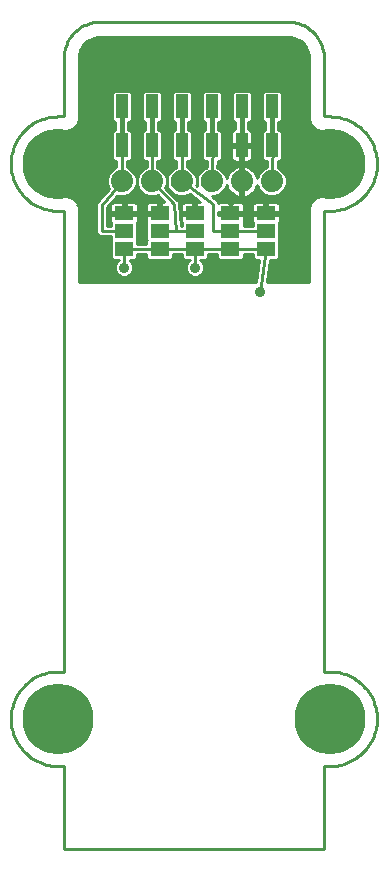
<source format=gtl>
G75*
%MOIN*%
%OFA0B0*%
%FSLAX24Y24*%
%IPPOS*%
%LPD*%
%AMOC8*
5,1,8,0,0,1.08239X$1,22.5*
%
%ADD10C,0.0100*%
%ADD11R,0.0630X0.0460*%
%ADD12C,0.0740*%
%ADD13C,0.0160*%
%ADD14R,0.0394X0.0787*%
%ADD15OC8,0.0660*%
%ADD16R,0.0197X0.0197*%
%ADD17C,0.2362*%
%ADD18C,0.0357*%
D10*
X002315Y003693D02*
X002512Y003693D01*
X002512Y000937D01*
X011174Y000937D01*
X011174Y003693D01*
X011370Y003693D01*
X011449Y003695D01*
X011527Y003701D01*
X011605Y003711D01*
X011682Y003724D01*
X011759Y003742D01*
X011834Y003763D01*
X011909Y003788D01*
X011982Y003817D01*
X012053Y003849D01*
X012123Y003885D01*
X012191Y003924D01*
X012257Y003967D01*
X012321Y004013D01*
X012382Y004061D01*
X012441Y004113D01*
X012497Y004168D01*
X012551Y004226D01*
X012601Y004286D01*
X012649Y004349D01*
X012693Y004413D01*
X012734Y004481D01*
X012772Y004549D01*
X012806Y004620D01*
X012836Y004693D01*
X012863Y004766D01*
X012886Y004841D01*
X012906Y004918D01*
X012921Y004995D01*
X012933Y005072D01*
X012941Y005150D01*
X012945Y005229D01*
X012945Y005307D01*
X012941Y005386D01*
X012933Y005464D01*
X012921Y005541D01*
X012906Y005618D01*
X012886Y005695D01*
X012863Y005770D01*
X012836Y005843D01*
X012806Y005916D01*
X012772Y005987D01*
X012734Y006056D01*
X012693Y006123D01*
X012649Y006187D01*
X012601Y006250D01*
X012551Y006310D01*
X012497Y006368D01*
X012441Y006423D01*
X012382Y006475D01*
X012321Y006523D01*
X012257Y006569D01*
X012191Y006612D01*
X012123Y006651D01*
X012053Y006687D01*
X011982Y006719D01*
X011909Y006748D01*
X011834Y006773D01*
X011759Y006794D01*
X011682Y006812D01*
X011605Y006825D01*
X011527Y006835D01*
X011449Y006841D01*
X011370Y006843D01*
X011174Y006843D01*
X011174Y022197D01*
X011370Y022197D01*
X011370Y022697D02*
X011074Y022697D01*
X010890Y022621D01*
X010750Y022480D01*
X010674Y022297D01*
X010674Y019835D01*
X009277Y019835D01*
X009377Y020568D01*
X009613Y020568D01*
X009689Y020644D01*
X009689Y021212D01*
X009673Y021228D01*
X009689Y021244D01*
X009689Y021812D01*
X009685Y021816D01*
X009699Y021840D01*
X009709Y021878D01*
X009709Y022078D01*
X009294Y022078D01*
X009294Y022178D01*
X009194Y022178D01*
X009194Y022078D01*
X008779Y022078D01*
X008779Y021878D01*
X008790Y021840D01*
X008804Y021816D01*
X008799Y021812D01*
X008799Y021708D01*
X008508Y021708D01*
X008508Y021812D01*
X008504Y021816D01*
X008518Y021840D01*
X008528Y021878D01*
X008528Y022078D01*
X008312Y022078D01*
X008312Y022178D01*
X008528Y022178D01*
X008528Y022378D01*
X008518Y022416D01*
X008498Y022450D01*
X008470Y022478D01*
X008436Y022498D01*
X008398Y022508D01*
X008113Y022508D01*
X008113Y022426D01*
X008063Y022426D01*
X008013Y022426D01*
X008013Y022508D01*
X007729Y022508D01*
X007690Y022498D01*
X007656Y022478D01*
X007653Y022475D01*
X007653Y022508D01*
X007641Y022519D01*
X007639Y022535D01*
X007590Y022571D01*
X007547Y022613D01*
X007531Y022613D01*
X007437Y022681D01*
X007541Y022681D01*
X007725Y022758D01*
X007865Y022898D01*
X007934Y023063D01*
X007934Y023060D01*
X007959Y022982D01*
X007997Y022909D01*
X008045Y022843D01*
X008103Y022785D01*
X008169Y022737D01*
X008242Y022700D01*
X008320Y022674D01*
X008391Y022663D01*
X008391Y023131D01*
X008491Y023131D01*
X008491Y022663D01*
X008563Y022674D01*
X008641Y022700D01*
X008714Y022737D01*
X008780Y022785D01*
X008838Y022843D01*
X008886Y022909D01*
X008923Y022982D01*
X008949Y023060D01*
X008949Y023063D01*
X009017Y022898D01*
X009158Y022758D01*
X009342Y022681D01*
X009541Y022681D01*
X009725Y022758D01*
X009865Y022898D01*
X009941Y023082D01*
X009941Y023281D01*
X009865Y023465D01*
X009725Y023605D01*
X009633Y023643D01*
X009639Y023859D01*
X009692Y023859D01*
X009768Y023935D01*
X009768Y024830D01*
X009692Y024906D01*
X009653Y024906D01*
X009651Y024950D01*
X009651Y025158D01*
X009692Y025158D01*
X009768Y025234D01*
X009768Y026129D01*
X009692Y026205D01*
X009191Y026205D01*
X009114Y026129D01*
X009114Y025234D01*
X009191Y025158D01*
X009231Y025158D01*
X009231Y024906D01*
X009191Y024906D01*
X009114Y024830D01*
X009114Y023935D01*
X009191Y023859D01*
X009279Y023859D01*
X009273Y023653D01*
X009158Y023605D01*
X009017Y023465D01*
X008949Y023300D01*
X008949Y023303D01*
X008923Y023381D01*
X008886Y023454D01*
X008838Y023520D01*
X008780Y023578D01*
X008714Y023626D01*
X008641Y023663D01*
X008563Y023689D01*
X008491Y023700D01*
X008491Y023232D01*
X008391Y023232D01*
X008391Y023700D01*
X008320Y023689D01*
X008242Y023663D01*
X008169Y023626D01*
X008103Y023578D01*
X008045Y023520D01*
X007997Y023454D01*
X007959Y023381D01*
X007934Y023303D01*
X007934Y023300D01*
X007865Y023465D01*
X007725Y023605D01*
X007631Y023644D01*
X007635Y023859D01*
X007692Y023859D01*
X007768Y023935D01*
X007768Y024830D01*
X007692Y024906D01*
X007651Y024906D01*
X007651Y025158D01*
X007692Y025158D01*
X007768Y025234D01*
X007768Y026129D01*
X007692Y026205D01*
X007191Y026205D01*
X007114Y026129D01*
X007114Y025234D01*
X007191Y025158D01*
X007231Y025158D01*
X007231Y024906D01*
X007191Y024906D01*
X007114Y024830D01*
X007114Y023935D01*
X007191Y023859D01*
X007275Y023859D01*
X007271Y023652D01*
X007245Y023641D01*
X007231Y023641D01*
X007221Y023631D01*
X007158Y023605D01*
X007017Y023465D01*
X006991Y023402D01*
X006962Y023372D01*
X006962Y023330D01*
X006941Y023281D01*
X006865Y023465D01*
X006725Y023605D01*
X006621Y023648D01*
X006621Y023859D01*
X006692Y023859D01*
X006768Y023935D01*
X006768Y024830D01*
X006692Y024906D01*
X006651Y024906D01*
X006651Y025158D01*
X006692Y025158D01*
X006768Y025234D01*
X006768Y026129D01*
X006692Y026205D01*
X006191Y026205D01*
X006114Y026129D01*
X006114Y025234D01*
X006191Y025158D01*
X006231Y025158D01*
X006231Y024906D01*
X006191Y024906D01*
X006114Y024830D01*
X006114Y023935D01*
X006191Y023859D01*
X006261Y023859D01*
X006261Y023648D01*
X006245Y023641D01*
X006231Y023641D01*
X006221Y023631D01*
X006158Y023605D01*
X006017Y023465D01*
X005991Y023402D01*
X005962Y023372D01*
X005962Y023330D01*
X005941Y023281D01*
X005865Y023465D01*
X005725Y023605D01*
X005628Y023645D01*
X005632Y023859D01*
X005692Y023859D01*
X005768Y023935D01*
X005768Y024830D01*
X005692Y024906D01*
X005651Y024906D01*
X005651Y025158D01*
X005692Y025158D01*
X005768Y025234D01*
X005768Y026129D01*
X005692Y026205D01*
X005191Y026205D01*
X005114Y026129D01*
X005114Y025234D01*
X005191Y025158D01*
X005231Y025158D01*
X005231Y024906D01*
X005191Y024906D01*
X005114Y024830D01*
X005114Y023935D01*
X005191Y023859D01*
X005271Y023859D01*
X005268Y023651D01*
X005158Y023605D01*
X005017Y023465D01*
X004941Y023281D01*
X004865Y023465D01*
X004725Y023605D01*
X004621Y023648D01*
X004621Y023859D01*
X004692Y023859D01*
X004768Y023935D01*
X004768Y024830D01*
X004692Y024906D01*
X004651Y024906D01*
X004651Y025158D01*
X004692Y025158D01*
X004768Y025234D01*
X004768Y026129D01*
X004692Y026205D01*
X004191Y026205D01*
X004114Y026129D01*
X004114Y025234D01*
X004191Y025158D01*
X004231Y025158D01*
X004231Y024906D01*
X004191Y024906D01*
X004114Y024830D01*
X004114Y023935D01*
X004191Y023859D01*
X004261Y023859D01*
X004261Y023648D01*
X004158Y023605D01*
X004017Y023465D01*
X003941Y023281D01*
X003941Y023082D01*
X004000Y022940D01*
X003640Y022516D01*
X003592Y022469D01*
X003592Y022460D01*
X003587Y022454D01*
X003592Y022387D01*
X003592Y021453D01*
X003697Y021348D01*
X004075Y021348D01*
X004075Y021244D01*
X004091Y021228D01*
X004075Y021212D01*
X004075Y020644D01*
X004151Y020568D01*
X004340Y020568D01*
X004340Y020564D01*
X004259Y020482D01*
X004212Y020369D01*
X004212Y020246D01*
X004259Y020133D01*
X004345Y020046D01*
X004459Y019999D01*
X004581Y019999D01*
X004695Y020046D01*
X004782Y020133D01*
X004829Y020246D01*
X004829Y020369D01*
X004782Y020482D01*
X004700Y020564D01*
X004700Y020568D01*
X004889Y020568D01*
X004965Y020644D01*
X004965Y020748D01*
X005256Y020748D01*
X005256Y020644D01*
X005332Y020568D01*
X006070Y020568D01*
X006146Y020644D01*
X006146Y020748D01*
X006437Y020748D01*
X006437Y020644D01*
X006513Y020568D01*
X006702Y020568D01*
X006702Y020564D01*
X006621Y020482D01*
X006574Y020369D01*
X006574Y020246D01*
X006621Y020133D01*
X006708Y020046D01*
X006821Y019999D01*
X006944Y019999D01*
X007057Y020046D01*
X007144Y020133D01*
X007191Y020246D01*
X007191Y020369D01*
X007144Y020482D01*
X007062Y020564D01*
X007062Y020568D01*
X007251Y020568D01*
X007327Y020644D01*
X007327Y020748D01*
X007618Y020748D01*
X007618Y020644D01*
X007695Y020568D01*
X008432Y020568D01*
X008508Y020644D01*
X008508Y020748D01*
X008799Y020748D01*
X008799Y020644D01*
X008876Y020568D01*
X009014Y020568D01*
X008914Y019835D01*
X003012Y019835D01*
X003012Y022297D01*
X002936Y022480D01*
X002795Y022621D01*
X002612Y022697D01*
X002315Y022697D01*
X002175Y022706D01*
X001904Y022779D01*
X001661Y022919D01*
X001463Y023118D01*
X001322Y023361D01*
X001250Y023632D01*
X001250Y023912D01*
X001322Y024183D01*
X001463Y024426D01*
X001661Y024625D01*
X001904Y024765D01*
X002175Y024838D01*
X002315Y024847D01*
X002612Y024847D01*
X002795Y024923D01*
X002936Y025064D01*
X003012Y025247D01*
X003012Y027315D01*
X003018Y027404D01*
X003064Y027576D01*
X003153Y027730D01*
X003279Y027856D01*
X003433Y027945D01*
X003604Y027991D01*
X003693Y027996D01*
X009993Y027996D01*
X010081Y027991D01*
X010253Y027945D01*
X010407Y027856D01*
X010533Y027730D01*
X010622Y027576D01*
X010668Y027404D01*
X010674Y027315D01*
X010674Y025247D01*
X010750Y025064D01*
X010890Y024923D01*
X011074Y024847D01*
X011370Y024847D01*
X011511Y024838D01*
X011782Y024765D01*
X012025Y024625D01*
X012223Y024426D01*
X012363Y024183D01*
X012436Y023912D01*
X012436Y023632D01*
X012363Y023361D01*
X012223Y023118D01*
X012025Y022919D01*
X011782Y022779D01*
X011511Y022706D01*
X011370Y022697D01*
X011503Y022706D02*
X009600Y022706D01*
X009771Y022804D02*
X011826Y022804D01*
X011996Y022903D02*
X009867Y022903D01*
X009908Y023001D02*
X012107Y023001D01*
X012205Y023100D02*
X009941Y023100D01*
X009941Y023198D02*
X012270Y023198D01*
X012327Y023297D02*
X009935Y023297D01*
X009894Y023395D02*
X012373Y023395D01*
X012399Y023494D02*
X009836Y023494D01*
X009737Y023592D02*
X012426Y023592D01*
X012436Y023691D02*
X009634Y023691D01*
X009637Y023789D02*
X012436Y023789D01*
X012436Y023888D02*
X009721Y023888D01*
X009768Y023986D02*
X012416Y023986D01*
X012390Y024085D02*
X009768Y024085D01*
X009768Y024183D02*
X012363Y024183D01*
X012307Y024282D02*
X009768Y024282D01*
X009768Y024380D02*
X012250Y024380D01*
X012171Y024479D02*
X009768Y024479D01*
X009768Y024577D02*
X012072Y024577D01*
X011936Y024676D02*
X009768Y024676D01*
X009768Y024774D02*
X011747Y024774D01*
X011370Y025347D02*
X011174Y025347D01*
X011174Y027315D01*
X010672Y027335D02*
X003014Y027335D01*
X003012Y027237D02*
X010674Y027237D01*
X010674Y027138D02*
X003012Y027138D01*
X003012Y027040D02*
X010674Y027040D01*
X010674Y026941D02*
X003012Y026941D01*
X003012Y026843D02*
X010674Y026843D01*
X010674Y026744D02*
X003012Y026744D01*
X003012Y026646D02*
X010674Y026646D01*
X010674Y026547D02*
X003012Y026547D01*
X003012Y026449D02*
X010674Y026449D01*
X010674Y026350D02*
X003012Y026350D01*
X003012Y026252D02*
X010674Y026252D01*
X010674Y026153D02*
X009744Y026153D01*
X009768Y026055D02*
X010674Y026055D01*
X010674Y025956D02*
X009768Y025956D01*
X009768Y025858D02*
X010674Y025858D01*
X010674Y025759D02*
X009768Y025759D01*
X009768Y025661D02*
X010674Y025661D01*
X010674Y025562D02*
X009768Y025562D01*
X009768Y025464D02*
X010674Y025464D01*
X010674Y025365D02*
X009768Y025365D01*
X009768Y025267D02*
X010674Y025267D01*
X010706Y025168D02*
X009703Y025168D01*
X009651Y025070D02*
X010747Y025070D01*
X010842Y024971D02*
X009651Y024971D01*
X009725Y024873D02*
X011011Y024873D01*
X011370Y025347D02*
X011449Y025345D01*
X011527Y025339D01*
X011605Y025329D01*
X011682Y025316D01*
X011759Y025298D01*
X011834Y025277D01*
X011909Y025252D01*
X011982Y025223D01*
X012053Y025191D01*
X012123Y025155D01*
X012191Y025116D01*
X012257Y025073D01*
X012321Y025027D01*
X012382Y024979D01*
X012441Y024927D01*
X012497Y024872D01*
X012551Y024814D01*
X012601Y024754D01*
X012649Y024691D01*
X012693Y024627D01*
X012734Y024560D01*
X012772Y024491D01*
X012806Y024420D01*
X012836Y024347D01*
X012863Y024274D01*
X012886Y024199D01*
X012906Y024122D01*
X012921Y024045D01*
X012933Y023968D01*
X012941Y023890D01*
X012945Y023811D01*
X012945Y023733D01*
X012941Y023654D01*
X012933Y023576D01*
X012921Y023499D01*
X012906Y023422D01*
X012886Y023345D01*
X012863Y023270D01*
X012836Y023197D01*
X012806Y023124D01*
X012772Y023053D01*
X012734Y022985D01*
X012693Y022917D01*
X012649Y022853D01*
X012601Y022790D01*
X012551Y022730D01*
X012497Y022672D01*
X012441Y022617D01*
X012382Y022565D01*
X012321Y022517D01*
X012257Y022471D01*
X012191Y022428D01*
X012123Y022389D01*
X012053Y022353D01*
X011982Y022321D01*
X011909Y022292D01*
X011834Y022267D01*
X011759Y022246D01*
X011682Y022228D01*
X011605Y022215D01*
X011527Y022205D01*
X011449Y022199D01*
X011370Y022197D01*
X010877Y022607D02*
X007553Y022607D01*
X007600Y022706D02*
X008229Y022706D01*
X008391Y022706D02*
X008491Y022706D01*
X008491Y022804D02*
X008391Y022804D01*
X008391Y022903D02*
X008491Y022903D01*
X008491Y023001D02*
X008391Y023001D01*
X008391Y023100D02*
X008491Y023100D01*
X008491Y023297D02*
X008391Y023297D01*
X008391Y023395D02*
X008491Y023395D01*
X008491Y023494D02*
X008391Y023494D01*
X008391Y023592D02*
X008491Y023592D01*
X008491Y023691D02*
X008391Y023691D01*
X008334Y023691D02*
X007632Y023691D01*
X007634Y023789D02*
X009277Y023789D01*
X009274Y023691D02*
X008549Y023691D01*
X008490Y023839D02*
X008658Y023839D01*
X008696Y023849D01*
X008730Y023869D01*
X008758Y023896D01*
X008778Y023931D01*
X008788Y023969D01*
X008788Y024334D01*
X008540Y024334D01*
X008637Y024431D01*
X008788Y024431D01*
X008788Y024796D01*
X008778Y024834D01*
X008758Y024868D01*
X008730Y024896D01*
X008696Y024916D01*
X008658Y024926D01*
X008651Y024926D01*
X008651Y025158D01*
X008692Y025158D01*
X008768Y025234D01*
X008768Y026129D01*
X008692Y026205D01*
X008191Y026205D01*
X008114Y026129D01*
X008114Y025234D01*
X008191Y025158D01*
X008231Y025158D01*
X008231Y024926D01*
X008225Y024926D01*
X008187Y024916D01*
X008152Y024896D01*
X008124Y024868D01*
X008105Y024834D01*
X008094Y024796D01*
X008094Y024431D01*
X008246Y024431D01*
X008342Y024334D01*
X008094Y024334D01*
X008094Y023969D01*
X008105Y023931D01*
X008124Y023896D01*
X008152Y023869D01*
X008187Y023849D01*
X008225Y023839D01*
X008393Y023839D01*
X008393Y024322D01*
X008490Y024322D01*
X008490Y023839D01*
X008490Y023888D02*
X008393Y023888D01*
X008393Y023986D02*
X008490Y023986D01*
X008490Y024085D02*
X008393Y024085D01*
X008393Y024183D02*
X008490Y024183D01*
X008490Y024282D02*
X008393Y024282D01*
X008296Y024380D02*
X007768Y024380D01*
X007768Y024282D02*
X008094Y024282D01*
X008094Y024183D02*
X007768Y024183D01*
X007768Y024085D02*
X008094Y024085D01*
X008094Y023986D02*
X007768Y023986D01*
X007721Y023888D02*
X008133Y023888D01*
X008122Y023592D02*
X007737Y023592D01*
X007836Y023494D02*
X008026Y023494D01*
X007967Y023395D02*
X007894Y023395D01*
X007908Y023001D02*
X007953Y023001D01*
X008001Y022903D02*
X007867Y022903D01*
X007771Y022804D02*
X008083Y022804D01*
X008063Y022426D02*
X008063Y022178D01*
X008063Y022178D01*
X008063Y022426D01*
X008063Y022410D02*
X008063Y022410D01*
X008063Y022312D02*
X008063Y022312D01*
X008063Y022213D02*
X008063Y022213D01*
X008013Y022178D02*
X008013Y022178D01*
X007815Y022178D01*
X007653Y022178D01*
X007653Y022078D01*
X007815Y022078D01*
X007815Y022178D01*
X007815Y022178D01*
X008013Y022178D01*
X008113Y022178D02*
X008312Y022178D01*
X008312Y022178D01*
X008113Y022178D01*
X008113Y022178D01*
X008312Y022115D02*
X009194Y022115D01*
X009194Y022178D02*
X008779Y022178D01*
X008779Y022378D01*
X008790Y022416D01*
X008809Y022450D01*
X008837Y022478D01*
X008872Y022498D01*
X008910Y022508D01*
X009194Y022508D01*
X009194Y022178D01*
X009194Y022213D02*
X009294Y022213D01*
X009294Y022178D02*
X009294Y022508D01*
X009579Y022508D01*
X009617Y022498D01*
X009652Y022478D01*
X009680Y022450D01*
X009699Y022416D01*
X009709Y022378D01*
X009709Y022178D01*
X009294Y022178D01*
X009294Y022115D02*
X010674Y022115D01*
X010674Y022213D02*
X009709Y022213D01*
X009709Y022312D02*
X010680Y022312D01*
X010721Y022410D02*
X009701Y022410D01*
X009709Y022016D02*
X010674Y022016D01*
X010674Y021918D02*
X009709Y021918D01*
X009687Y021819D02*
X010674Y021819D01*
X010674Y021721D02*
X009689Y021721D01*
X009689Y021622D02*
X010674Y021622D01*
X010674Y021524D02*
X009689Y021524D01*
X009689Y021425D02*
X010674Y021425D01*
X010674Y021327D02*
X009689Y021327D01*
X009674Y021228D02*
X010674Y021228D01*
X010674Y021130D02*
X009689Y021130D01*
X009689Y021031D02*
X010674Y021031D01*
X010674Y020933D02*
X009689Y020933D01*
X009689Y020834D02*
X010674Y020834D01*
X010674Y020736D02*
X009689Y020736D01*
X009683Y020637D02*
X010674Y020637D01*
X010674Y020539D02*
X009373Y020539D01*
X009360Y020440D02*
X010674Y020440D01*
X010674Y020342D02*
X009346Y020342D01*
X009333Y020243D02*
X010674Y020243D01*
X010674Y020145D02*
X009320Y020145D01*
X009306Y020046D02*
X010674Y020046D01*
X010674Y019948D02*
X009293Y019948D01*
X009279Y019849D02*
X010674Y019849D01*
X010778Y022509D02*
X007652Y022509D01*
X007473Y022433D02*
X006441Y023181D01*
X006441Y024382D01*
X006114Y024380D02*
X005768Y024380D01*
X005768Y024282D02*
X006114Y024282D01*
X006114Y024183D02*
X005768Y024183D01*
X005768Y024085D02*
X006114Y024085D01*
X006114Y023986D02*
X005768Y023986D01*
X005721Y023888D02*
X006161Y023888D01*
X006261Y023789D02*
X005630Y023789D01*
X005629Y023691D02*
X006261Y023691D01*
X006145Y023592D02*
X005737Y023592D01*
X005836Y023494D02*
X006047Y023494D01*
X005985Y023395D02*
X005894Y023395D01*
X005935Y023297D02*
X005948Y023297D01*
X005941Y023281D02*
X005941Y023082D01*
X005941Y023281D01*
X005941Y023198D02*
X005941Y023198D01*
X005941Y023100D02*
X005941Y023100D01*
X005941Y023082D02*
X005962Y023033D01*
X005962Y022991D01*
X005991Y022961D01*
X006017Y022898D01*
X006158Y022758D01*
X006221Y022732D01*
X006231Y022721D01*
X006245Y022721D01*
X006342Y022681D01*
X006541Y022681D01*
X006721Y022756D01*
X007064Y022508D01*
X006932Y022508D01*
X006932Y022178D01*
X006832Y022178D01*
X006832Y022078D01*
X006417Y022078D01*
X006417Y021878D01*
X006428Y021840D01*
X006441Y021816D01*
X006437Y021812D01*
X006437Y021708D01*
X006417Y021708D01*
X006354Y022440D01*
X006354Y022506D01*
X006347Y022513D01*
X006346Y022523D01*
X006296Y022566D01*
X005897Y022974D01*
X005941Y023082D01*
X005962Y023001D02*
X005908Y023001D01*
X005966Y022903D02*
X006016Y022903D01*
X006062Y022804D02*
X006111Y022804D01*
X006159Y022706D02*
X006283Y022706D01*
X006255Y022607D02*
X006926Y022607D01*
X006832Y022508D02*
X006832Y022178D01*
X006417Y022178D01*
X006417Y022378D01*
X006428Y022416D01*
X006447Y022450D01*
X006475Y022478D01*
X006509Y022498D01*
X006548Y022508D01*
X006832Y022508D01*
X006832Y022410D02*
X006932Y022410D01*
X006932Y022312D02*
X006832Y022312D01*
X006832Y022213D02*
X006932Y022213D01*
X006832Y022115D02*
X006382Y022115D01*
X006373Y022213D02*
X006417Y022213D01*
X006417Y022312D02*
X006365Y022312D01*
X006356Y022410D02*
X006426Y022410D01*
X006352Y022509D02*
X007062Y022509D01*
X006790Y022706D02*
X006600Y022706D01*
X006894Y023395D02*
X006985Y023395D01*
X006948Y023297D02*
X006935Y023297D01*
X006941Y023281D02*
X006941Y023082D01*
X006928Y023051D01*
X006962Y023027D01*
X006962Y023033D01*
X006941Y023082D01*
X006941Y023281D01*
X006941Y023198D02*
X006941Y023198D01*
X006941Y023100D02*
X006941Y023100D01*
X006836Y023494D02*
X007047Y023494D01*
X007145Y023592D02*
X006737Y023592D01*
X006621Y023691D02*
X007271Y023691D01*
X007273Y023789D02*
X006621Y023789D01*
X006721Y023888D02*
X007161Y023888D01*
X007114Y023986D02*
X006768Y023986D01*
X006768Y024085D02*
X007114Y024085D01*
X007114Y024183D02*
X006768Y024183D01*
X006768Y024282D02*
X007114Y024282D01*
X007114Y024380D02*
X006768Y024380D01*
X006768Y024479D02*
X007114Y024479D01*
X007114Y024577D02*
X006768Y024577D01*
X006768Y024676D02*
X007114Y024676D01*
X007114Y024774D02*
X006768Y024774D01*
X006725Y024873D02*
X007158Y024873D01*
X007231Y024971D02*
X006651Y024971D01*
X006651Y025070D02*
X007231Y025070D01*
X007180Y025168D02*
X006703Y025168D01*
X006768Y025267D02*
X007114Y025267D01*
X007114Y025365D02*
X006768Y025365D01*
X006768Y025464D02*
X007114Y025464D01*
X007114Y025562D02*
X006768Y025562D01*
X006768Y025661D02*
X007114Y025661D01*
X007114Y025759D02*
X006768Y025759D01*
X006768Y025858D02*
X007114Y025858D01*
X007114Y025956D02*
X006768Y025956D01*
X006768Y026055D02*
X007114Y026055D01*
X007139Y026153D02*
X006744Y026153D01*
X006231Y025070D02*
X005651Y025070D01*
X005651Y024971D02*
X006231Y024971D01*
X006158Y024873D02*
X005725Y024873D01*
X005768Y024774D02*
X006114Y024774D01*
X006114Y024676D02*
X005768Y024676D01*
X005768Y024577D02*
X006114Y024577D01*
X006114Y024479D02*
X005768Y024479D01*
X005465Y024756D02*
X005441Y023181D01*
X006174Y022433D01*
X006252Y021528D01*
X005701Y021528D01*
X005651Y022078D02*
X005236Y022078D01*
X005236Y021878D01*
X005246Y021840D01*
X005260Y021816D01*
X005256Y021812D01*
X005256Y021244D01*
X005272Y021228D01*
X005256Y021212D01*
X005256Y021108D01*
X004965Y021108D01*
X004965Y021212D01*
X004949Y021228D01*
X004965Y021244D01*
X004965Y021812D01*
X004961Y021816D01*
X004975Y021840D01*
X004985Y021878D01*
X004985Y022078D01*
X004570Y022078D01*
X004570Y022178D01*
X004470Y022178D01*
X004470Y022078D01*
X004055Y022078D01*
X004055Y021878D01*
X004065Y021840D01*
X004079Y021816D01*
X004075Y021812D01*
X004075Y021708D01*
X003952Y021708D01*
X003952Y022328D01*
X004276Y022709D01*
X004342Y022681D01*
X004541Y022681D01*
X004725Y022758D01*
X004865Y022898D01*
X004941Y023082D01*
X004941Y023281D01*
X004941Y023082D01*
X005017Y022898D01*
X005158Y022758D01*
X005342Y022681D01*
X005541Y022681D01*
X005639Y022722D01*
X005849Y022508D01*
X005751Y022508D01*
X005751Y022178D01*
X005651Y022178D01*
X005651Y022078D01*
X005651Y022115D02*
X004570Y022115D01*
X004570Y022178D02*
X004985Y022178D01*
X004985Y022378D01*
X004975Y022416D01*
X004955Y022450D01*
X004927Y022478D01*
X004893Y022498D01*
X004855Y022508D01*
X004570Y022508D01*
X004570Y022178D01*
X004570Y022213D02*
X004470Y022213D01*
X004470Y022178D02*
X004470Y022508D01*
X004185Y022508D01*
X004147Y022498D01*
X004113Y022478D01*
X004085Y022450D01*
X004065Y022416D01*
X004055Y022378D01*
X004055Y022178D01*
X004470Y022178D01*
X004470Y022115D02*
X003952Y022115D01*
X003952Y022213D02*
X004055Y022213D01*
X004055Y022312D02*
X003952Y022312D01*
X004022Y022410D02*
X004064Y022410D01*
X004106Y022509D02*
X005848Y022509D01*
X005751Y022607D02*
X004190Y022607D01*
X004273Y022706D02*
X004283Y022706D01*
X004470Y022410D02*
X004570Y022410D01*
X004570Y022312D02*
X004470Y022312D01*
X004600Y022706D02*
X005283Y022706D01*
X005111Y022804D02*
X004771Y022804D01*
X004867Y022903D02*
X005016Y022903D01*
X004975Y023001D02*
X004908Y023001D01*
X004941Y023100D02*
X004941Y023100D01*
X004941Y023198D02*
X004941Y023198D01*
X004935Y023297D02*
X004948Y023297D01*
X004989Y023395D02*
X004894Y023395D01*
X004836Y023494D02*
X005047Y023494D01*
X005145Y023592D02*
X004737Y023592D01*
X004621Y023691D02*
X005269Y023691D01*
X005270Y023789D02*
X004621Y023789D01*
X004721Y023888D02*
X005161Y023888D01*
X005114Y023986D02*
X004768Y023986D01*
X004768Y024085D02*
X005114Y024085D01*
X005114Y024183D02*
X004768Y024183D01*
X004768Y024282D02*
X005114Y024282D01*
X005114Y024380D02*
X004768Y024380D01*
X004768Y024479D02*
X005114Y024479D01*
X005114Y024577D02*
X004768Y024577D01*
X004768Y024676D02*
X005114Y024676D01*
X005114Y024774D02*
X004768Y024774D01*
X004725Y024873D02*
X005158Y024873D01*
X005231Y024971D02*
X004651Y024971D01*
X004651Y025070D02*
X005231Y025070D01*
X005180Y025168D02*
X004703Y025168D01*
X004768Y025267D02*
X005114Y025267D01*
X005114Y025365D02*
X004768Y025365D01*
X004768Y025464D02*
X005114Y025464D01*
X005114Y025562D02*
X004768Y025562D01*
X004768Y025661D02*
X005114Y025661D01*
X005114Y025759D02*
X004768Y025759D01*
X004768Y025858D02*
X005114Y025858D01*
X005114Y025956D02*
X004768Y025956D01*
X004768Y026055D02*
X005114Y026055D01*
X005139Y026153D02*
X004744Y026153D01*
X004231Y025070D02*
X002939Y025070D01*
X002980Y025168D02*
X004180Y025168D01*
X004114Y025267D02*
X003012Y025267D01*
X003012Y025365D02*
X004114Y025365D01*
X004114Y025464D02*
X003012Y025464D01*
X003012Y025562D02*
X004114Y025562D01*
X004114Y025661D02*
X003012Y025661D01*
X003012Y025759D02*
X004114Y025759D01*
X004114Y025858D02*
X003012Y025858D01*
X003012Y025956D02*
X004114Y025956D01*
X004114Y026055D02*
X003012Y026055D01*
X003012Y026153D02*
X004139Y026153D01*
X004231Y024971D02*
X002844Y024971D01*
X002675Y024873D02*
X004158Y024873D01*
X004114Y024774D02*
X001939Y024774D01*
X001750Y024676D02*
X004114Y024676D01*
X004114Y024577D02*
X001614Y024577D01*
X001515Y024479D02*
X004114Y024479D01*
X004114Y024380D02*
X001436Y024380D01*
X001379Y024282D02*
X004114Y024282D01*
X004114Y024183D02*
X001322Y024183D01*
X001296Y024085D02*
X004114Y024085D01*
X004114Y023986D02*
X001270Y023986D01*
X001250Y023888D02*
X004161Y023888D01*
X004261Y023789D02*
X001250Y023789D01*
X001250Y023691D02*
X004261Y023691D01*
X004145Y023592D02*
X001260Y023592D01*
X001287Y023494D02*
X004047Y023494D01*
X003989Y023395D02*
X001313Y023395D01*
X001359Y023297D02*
X003948Y023297D01*
X003941Y023198D02*
X001416Y023198D01*
X001480Y023100D02*
X003941Y023100D01*
X003975Y023001D02*
X001579Y023001D01*
X001689Y022903D02*
X003968Y022903D01*
X003885Y022804D02*
X001860Y022804D01*
X002182Y022706D02*
X003801Y022706D01*
X003717Y022607D02*
X002809Y022607D01*
X002908Y022509D02*
X003632Y022509D01*
X003590Y022410D02*
X002965Y022410D01*
X003006Y022312D02*
X003592Y022312D01*
X003592Y022213D02*
X003012Y022213D01*
X003012Y022115D02*
X003592Y022115D01*
X003592Y022016D02*
X003012Y022016D01*
X003012Y021918D02*
X003592Y021918D01*
X003592Y021819D02*
X003012Y021819D01*
X003012Y021721D02*
X003592Y021721D01*
X003592Y021622D02*
X003012Y021622D01*
X003012Y021524D02*
X003592Y021524D01*
X003620Y021425D02*
X003012Y021425D01*
X003012Y021327D02*
X004075Y021327D01*
X004091Y021228D02*
X003012Y021228D01*
X003012Y021130D02*
X004075Y021130D01*
X004075Y021031D02*
X003012Y021031D01*
X003012Y020933D02*
X004075Y020933D01*
X004075Y020834D02*
X003012Y020834D01*
X003012Y020736D02*
X004075Y020736D01*
X004082Y020637D02*
X003012Y020637D01*
X003012Y020539D02*
X004315Y020539D01*
X004241Y020440D02*
X003012Y020440D01*
X003012Y020342D02*
X004212Y020342D01*
X004213Y020243D02*
X003012Y020243D01*
X003012Y020145D02*
X004254Y020145D01*
X004345Y020046D02*
X003012Y020046D01*
X003012Y019948D02*
X008930Y019948D01*
X008943Y020046D02*
X007057Y020046D01*
X007149Y020145D02*
X008956Y020145D01*
X008970Y020243D02*
X007190Y020243D01*
X007191Y020342D02*
X008983Y020342D01*
X008997Y020440D02*
X007161Y020440D01*
X007087Y020539D02*
X009010Y020539D01*
X008806Y020637D02*
X008502Y020637D01*
X008508Y020736D02*
X008799Y020736D01*
X009244Y020928D02*
X009048Y019481D01*
X008916Y019849D02*
X003012Y019849D01*
X003772Y021528D02*
X003772Y022394D01*
X004441Y023181D01*
X004441Y024382D01*
X004976Y022410D02*
X005245Y022410D01*
X005246Y022416D02*
X005236Y022378D01*
X005236Y022178D01*
X005651Y022178D01*
X005651Y022508D01*
X005366Y022508D01*
X005328Y022498D01*
X005294Y022478D01*
X005266Y022450D01*
X005246Y022416D01*
X005236Y022312D02*
X004985Y022312D01*
X004985Y022213D02*
X005236Y022213D01*
X005236Y022016D02*
X004985Y022016D01*
X004985Y021918D02*
X005236Y021918D01*
X005258Y021819D02*
X004963Y021819D01*
X004965Y021721D02*
X005256Y021721D01*
X005256Y021622D02*
X004965Y021622D01*
X004965Y021524D02*
X005256Y021524D01*
X005256Y021425D02*
X004965Y021425D01*
X004965Y021327D02*
X005256Y021327D01*
X005272Y021228D02*
X004949Y021228D01*
X004965Y021130D02*
X005256Y021130D01*
X005256Y020736D02*
X004965Y020736D01*
X004958Y020637D02*
X005263Y020637D01*
X004799Y020440D02*
X006604Y020440D01*
X006574Y020342D02*
X004829Y020342D01*
X004827Y020243D02*
X006575Y020243D01*
X006616Y020145D02*
X004787Y020145D01*
X004695Y020046D02*
X006707Y020046D01*
X006882Y020307D02*
X006882Y020928D01*
X008063Y020928D01*
X009244Y020928D01*
X009244Y021528D02*
X008063Y021528D01*
X008063Y021508D01*
X008063Y021528D02*
X007473Y021528D01*
X007473Y022433D01*
X007653Y022115D02*
X007815Y022115D01*
X007441Y023181D02*
X007473Y024756D01*
X007441Y025681D01*
X007703Y025168D02*
X008180Y025168D01*
X008231Y025070D02*
X007651Y025070D01*
X007651Y024971D02*
X008231Y024971D01*
X008129Y024873D02*
X007725Y024873D01*
X007768Y024774D02*
X008094Y024774D01*
X008094Y024676D02*
X007768Y024676D01*
X007768Y024577D02*
X008094Y024577D01*
X008094Y024479D02*
X007768Y024479D01*
X007768Y025267D02*
X008114Y025267D01*
X008114Y025365D02*
X007768Y025365D01*
X007768Y025464D02*
X008114Y025464D01*
X008114Y025562D02*
X007768Y025562D01*
X007768Y025661D02*
X008114Y025661D01*
X008114Y025759D02*
X007768Y025759D01*
X007768Y025858D02*
X008114Y025858D01*
X008114Y025956D02*
X007768Y025956D01*
X007768Y026055D02*
X008114Y026055D01*
X008139Y026153D02*
X007744Y026153D01*
X008703Y025168D02*
X009180Y025168D01*
X009231Y025070D02*
X008651Y025070D01*
X008651Y024971D02*
X009231Y024971D01*
X009158Y024873D02*
X008753Y024873D01*
X008788Y024774D02*
X009114Y024774D01*
X009114Y024676D02*
X008788Y024676D01*
X008788Y024577D02*
X009114Y024577D01*
X009114Y024479D02*
X008788Y024479D01*
X008788Y024282D02*
X009114Y024282D01*
X009114Y024380D02*
X008587Y024380D01*
X008788Y024183D02*
X009114Y024183D01*
X009114Y024085D02*
X008788Y024085D01*
X008788Y023986D02*
X009114Y023986D01*
X009161Y023888D02*
X008750Y023888D01*
X008760Y023592D02*
X009145Y023592D01*
X009047Y023494D02*
X008857Y023494D01*
X008916Y023395D02*
X008989Y023395D01*
X008975Y023001D02*
X008930Y023001D01*
X008882Y022903D02*
X009016Y022903D01*
X009111Y022804D02*
X008800Y022804D01*
X008653Y022706D02*
X009283Y022706D01*
X009294Y022410D02*
X009194Y022410D01*
X009194Y022312D02*
X009294Y022312D01*
X009441Y023181D02*
X009481Y024717D01*
X009441Y025681D01*
X009114Y025661D02*
X008768Y025661D01*
X008768Y025759D02*
X009114Y025759D01*
X009114Y025858D02*
X008768Y025858D01*
X008768Y025956D02*
X009114Y025956D01*
X009114Y026055D02*
X008768Y026055D01*
X008744Y026153D02*
X009139Y026153D01*
X009114Y025562D02*
X008768Y025562D01*
X008768Y025464D02*
X009114Y025464D01*
X009114Y025365D02*
X008768Y025365D01*
X008768Y025267D02*
X009114Y025267D01*
X011174Y027315D02*
X011172Y027381D01*
X011167Y027447D01*
X011157Y027513D01*
X011144Y027578D01*
X011128Y027642D01*
X011108Y027705D01*
X011084Y027767D01*
X011057Y027827D01*
X011027Y027886D01*
X010993Y027943D01*
X010956Y027998D01*
X010916Y028051D01*
X010874Y028102D01*
X010828Y028150D01*
X010780Y028196D01*
X010729Y028238D01*
X010676Y028278D01*
X010621Y028315D01*
X010564Y028349D01*
X010505Y028379D01*
X010445Y028406D01*
X010383Y028430D01*
X010320Y028450D01*
X010256Y028466D01*
X010191Y028479D01*
X010125Y028489D01*
X010059Y028494D01*
X009993Y028496D01*
X003693Y028496D01*
X003401Y027926D02*
X010285Y027926D01*
X010435Y027828D02*
X003251Y027828D01*
X003153Y027729D02*
X010533Y027729D01*
X010590Y027631D02*
X003096Y027631D01*
X003052Y027532D02*
X010633Y027532D01*
X010660Y027434D02*
X003026Y027434D01*
X002512Y027315D02*
X002512Y025347D01*
X002315Y025347D01*
X002236Y025345D01*
X002158Y025339D01*
X002080Y025329D01*
X002003Y025316D01*
X001926Y025298D01*
X001851Y025277D01*
X001776Y025252D01*
X001703Y025223D01*
X001632Y025191D01*
X001562Y025155D01*
X001494Y025116D01*
X001428Y025073D01*
X001364Y025027D01*
X001303Y024979D01*
X001244Y024927D01*
X001188Y024872D01*
X001134Y024814D01*
X001084Y024754D01*
X001036Y024691D01*
X000992Y024627D01*
X000951Y024559D01*
X000913Y024491D01*
X000879Y024420D01*
X000849Y024347D01*
X000822Y024274D01*
X000799Y024199D01*
X000779Y024122D01*
X000764Y024045D01*
X000752Y023968D01*
X000744Y023890D01*
X000740Y023811D01*
X000740Y023733D01*
X000744Y023654D01*
X000752Y023576D01*
X000764Y023499D01*
X000779Y023422D01*
X000799Y023345D01*
X000822Y023270D01*
X000849Y023197D01*
X000879Y023124D01*
X000913Y023053D01*
X000951Y022984D01*
X000992Y022917D01*
X001036Y022853D01*
X001084Y022790D01*
X001134Y022730D01*
X001188Y022672D01*
X001244Y022617D01*
X001303Y022565D01*
X001364Y022517D01*
X001428Y022471D01*
X001494Y022428D01*
X001562Y022389D01*
X001632Y022353D01*
X001703Y022321D01*
X001776Y022292D01*
X001851Y022267D01*
X001926Y022246D01*
X002003Y022228D01*
X002080Y022215D01*
X002158Y022205D01*
X002236Y022199D01*
X002315Y022197D01*
X002512Y022197D01*
X002512Y006843D01*
X002315Y006843D01*
X002236Y006841D01*
X002158Y006835D01*
X002080Y006825D01*
X002003Y006812D01*
X001926Y006794D01*
X001851Y006773D01*
X001776Y006748D01*
X001703Y006719D01*
X001632Y006687D01*
X001562Y006651D01*
X001494Y006612D01*
X001428Y006569D01*
X001364Y006523D01*
X001303Y006475D01*
X001244Y006423D01*
X001188Y006368D01*
X001134Y006310D01*
X001084Y006250D01*
X001036Y006187D01*
X000992Y006123D01*
X000951Y006055D01*
X000913Y005987D01*
X000879Y005916D01*
X000849Y005843D01*
X000822Y005770D01*
X000799Y005695D01*
X000779Y005618D01*
X000764Y005541D01*
X000752Y005464D01*
X000744Y005386D01*
X000740Y005307D01*
X000740Y005229D01*
X000744Y005150D01*
X000752Y005072D01*
X000764Y004995D01*
X000779Y004918D01*
X000799Y004841D01*
X000822Y004766D01*
X000849Y004693D01*
X000879Y004620D01*
X000913Y004549D01*
X000951Y004480D01*
X000992Y004413D01*
X001036Y004349D01*
X001084Y004286D01*
X001134Y004226D01*
X001188Y004168D01*
X001244Y004113D01*
X001303Y004061D01*
X001364Y004013D01*
X001428Y003967D01*
X001494Y003924D01*
X001562Y003885D01*
X001632Y003849D01*
X001703Y003817D01*
X001776Y003788D01*
X001851Y003763D01*
X001926Y003742D01*
X002003Y003724D01*
X002080Y003711D01*
X002158Y003701D01*
X002236Y003695D01*
X002315Y003693D01*
X004520Y020307D02*
X004520Y020928D01*
X005701Y020928D01*
X006882Y020928D01*
X006678Y020539D02*
X004725Y020539D01*
X004520Y021528D02*
X003772Y021528D01*
X003952Y021721D02*
X004075Y021721D01*
X004077Y021819D02*
X003952Y021819D01*
X003952Y021918D02*
X004055Y021918D01*
X004055Y022016D02*
X003952Y022016D01*
X005465Y024756D02*
X005441Y025681D01*
X005768Y025661D02*
X006114Y025661D01*
X006114Y025759D02*
X005768Y025759D01*
X005768Y025858D02*
X006114Y025858D01*
X006114Y025956D02*
X005768Y025956D01*
X005768Y026055D02*
X006114Y026055D01*
X006139Y026153D02*
X005744Y026153D01*
X005768Y025562D02*
X006114Y025562D01*
X006114Y025464D02*
X005768Y025464D01*
X005768Y025365D02*
X006114Y025365D01*
X006114Y025267D02*
X005768Y025267D01*
X005703Y025168D02*
X006180Y025168D01*
X005655Y022706D02*
X005600Y022706D01*
X005651Y022410D02*
X005751Y022410D01*
X005751Y022312D02*
X005651Y022312D01*
X005651Y022213D02*
X005751Y022213D01*
X006252Y021528D02*
X006882Y021528D01*
X006437Y021721D02*
X006416Y021721D01*
X006408Y021819D02*
X006439Y021819D01*
X006417Y021918D02*
X006399Y021918D01*
X006391Y022016D02*
X006417Y022016D01*
X006437Y020736D02*
X006146Y020736D01*
X006140Y020637D02*
X006444Y020637D01*
X007321Y020637D02*
X007625Y020637D01*
X007618Y020736D02*
X007327Y020736D01*
X008508Y021721D02*
X008799Y021721D01*
X008802Y021819D02*
X008506Y021819D01*
X008528Y021918D02*
X008779Y021918D01*
X008779Y022016D02*
X008528Y022016D01*
X008528Y022213D02*
X008779Y022213D01*
X008779Y022312D02*
X008528Y022312D01*
X008520Y022410D02*
X008788Y022410D01*
X003693Y028496D02*
X003627Y028494D01*
X003561Y028489D01*
X003495Y028479D01*
X003430Y028466D01*
X003366Y028450D01*
X003303Y028430D01*
X003241Y028406D01*
X003181Y028379D01*
X003122Y028349D01*
X003065Y028315D01*
X003010Y028278D01*
X002957Y028238D01*
X002906Y028196D01*
X002858Y028150D01*
X002812Y028102D01*
X002770Y028051D01*
X002730Y027998D01*
X002693Y027943D01*
X002659Y027886D01*
X002629Y027827D01*
X002602Y027767D01*
X002578Y027705D01*
X002558Y027642D01*
X002542Y027578D01*
X002529Y027513D01*
X002519Y027447D01*
X002514Y027381D01*
X002512Y027315D01*
D11*
X004520Y022128D03*
X004520Y021528D03*
X004520Y020928D03*
X005701Y020928D03*
X005701Y021528D03*
X005701Y022128D03*
X006882Y022128D03*
X006882Y021528D03*
X006882Y020928D03*
X008063Y020928D03*
X008063Y021528D03*
X008063Y022128D03*
X009244Y022128D03*
X009244Y021528D03*
X009244Y020928D03*
D12*
X009441Y023181D03*
X008441Y023181D03*
X007441Y023181D03*
X006441Y023181D03*
X005441Y023181D03*
X004441Y023181D03*
D13*
X004441Y024532D02*
X004441Y025532D01*
X005441Y025532D02*
X005441Y024532D01*
X006441Y024532D02*
X006441Y025532D01*
X007441Y025532D02*
X007441Y024532D01*
X008441Y024532D02*
X008441Y025532D01*
X009441Y025532D02*
X009441Y024532D01*
D14*
X009441Y024382D03*
X009441Y025681D03*
X008441Y025681D03*
X008441Y024382D03*
X007441Y024382D03*
X007441Y025681D03*
X006441Y025681D03*
X006441Y024382D03*
X005441Y024382D03*
X005441Y025681D03*
X004441Y025681D03*
X004441Y024382D03*
D15*
X006422Y023181D03*
X007422Y023181D03*
D16*
X008063Y022178D03*
X008063Y021508D03*
D17*
X011370Y023772D03*
X011370Y005268D03*
X002315Y005268D03*
X002315Y023772D03*
D18*
X004520Y020307D03*
X006882Y020307D03*
X009048Y019481D03*
M02*

</source>
